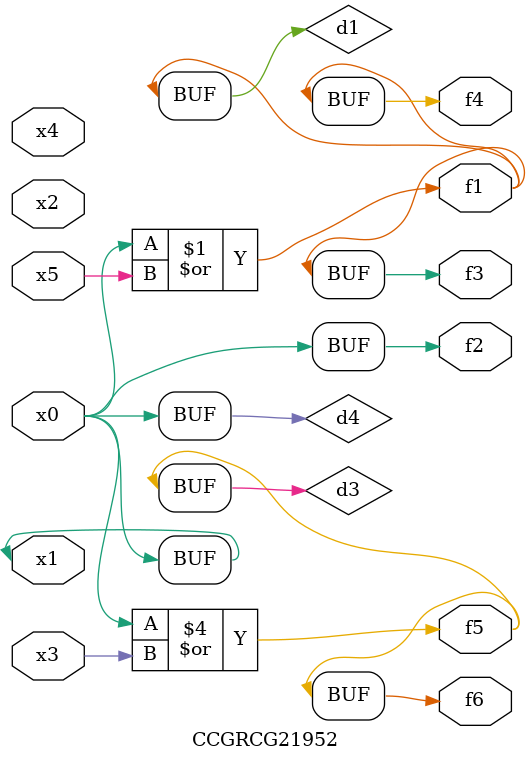
<source format=v>
module CCGRCG21952(
	input x0, x1, x2, x3, x4, x5,
	output f1, f2, f3, f4, f5, f6
);

	wire d1, d2, d3, d4;

	or (d1, x0, x5);
	xnor (d2, x1, x4);
	or (d3, x0, x3);
	buf (d4, x0, x1);
	assign f1 = d1;
	assign f2 = d4;
	assign f3 = d1;
	assign f4 = d1;
	assign f5 = d3;
	assign f6 = d3;
endmodule

</source>
